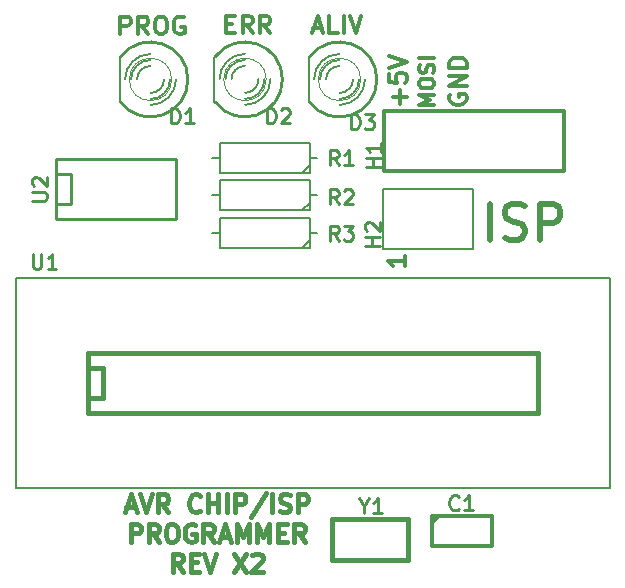
<source format=gto>
G04 (created by PCBNEW (2013-05-31 BZR 4019)-stable) date 7/5/2014 3:36:38 PM*
%MOIN*%
G04 Gerber Fmt 3.4, Leading zero omitted, Abs format*
%FSLAX34Y34*%
G01*
G70*
G90*
G04 APERTURE LIST*
%ADD10C,0.00590551*%
%ADD11C,0.011811*%
%ADD12C,0.015*%
%ADD13C,0.02*%
%ADD14C,0.008*%
%ADD15C,0.003*%
%ADD16C,0.01*%
%ADD17C,0.006*%
%ADD18C,0.012*%
%ADD19C,0.005*%
G04 APERTURE END LIST*
G54D10*
G54D11*
X30439Y-22031D02*
X30439Y-22368D01*
X30439Y-22199D02*
X29848Y-22199D01*
X29932Y-22256D01*
X29989Y-22312D01*
X30017Y-22368D01*
X27376Y-14440D02*
X27657Y-14440D01*
X27320Y-14609D02*
X27516Y-14018D01*
X27713Y-14609D01*
X28191Y-14609D02*
X27910Y-14609D01*
X27910Y-14018D01*
X28388Y-14609D02*
X28388Y-14018D01*
X28585Y-14018D02*
X28782Y-14609D01*
X28979Y-14018D01*
X24479Y-14299D02*
X24676Y-14299D01*
X24760Y-14609D02*
X24479Y-14609D01*
X24479Y-14018D01*
X24760Y-14018D01*
X25351Y-14609D02*
X25154Y-14327D01*
X25014Y-14609D02*
X25014Y-14018D01*
X25239Y-14018D01*
X25295Y-14046D01*
X25323Y-14074D01*
X25351Y-14131D01*
X25351Y-14215D01*
X25323Y-14271D01*
X25295Y-14299D01*
X25239Y-14327D01*
X25014Y-14327D01*
X25942Y-14609D02*
X25745Y-14327D01*
X25604Y-14609D02*
X25604Y-14018D01*
X25829Y-14018D01*
X25885Y-14046D01*
X25913Y-14074D01*
X25942Y-14131D01*
X25942Y-14215D01*
X25913Y-14271D01*
X25885Y-14299D01*
X25829Y-14327D01*
X25604Y-14327D01*
X20945Y-14639D02*
X20945Y-14048D01*
X21170Y-14048D01*
X21226Y-14076D01*
X21254Y-14104D01*
X21282Y-14160D01*
X21282Y-14245D01*
X21254Y-14301D01*
X21226Y-14329D01*
X21170Y-14357D01*
X20945Y-14357D01*
X21873Y-14639D02*
X21676Y-14357D01*
X21535Y-14639D02*
X21535Y-14048D01*
X21760Y-14048D01*
X21817Y-14076D01*
X21845Y-14104D01*
X21873Y-14160D01*
X21873Y-14245D01*
X21845Y-14301D01*
X21817Y-14329D01*
X21760Y-14357D01*
X21535Y-14357D01*
X22239Y-14048D02*
X22351Y-14048D01*
X22407Y-14076D01*
X22464Y-14132D01*
X22492Y-14245D01*
X22492Y-14442D01*
X22464Y-14554D01*
X22407Y-14610D01*
X22351Y-14639D01*
X22239Y-14639D01*
X22182Y-14610D01*
X22126Y-14554D01*
X22098Y-14442D01*
X22098Y-14245D01*
X22126Y-14132D01*
X22182Y-14076D01*
X22239Y-14048D01*
X23054Y-14076D02*
X22998Y-14048D01*
X22913Y-14048D01*
X22829Y-14076D01*
X22773Y-14132D01*
X22745Y-14189D01*
X22717Y-14301D01*
X22717Y-14385D01*
X22745Y-14498D01*
X22773Y-14554D01*
X22829Y-14610D01*
X22913Y-14639D01*
X22970Y-14639D01*
X23054Y-14610D01*
X23082Y-14582D01*
X23082Y-14385D01*
X22970Y-14385D01*
X31926Y-16650D02*
X31898Y-16706D01*
X31898Y-16790D01*
X31926Y-16875D01*
X31982Y-16931D01*
X32039Y-16959D01*
X32151Y-16987D01*
X32235Y-16987D01*
X32348Y-16959D01*
X32404Y-16931D01*
X32460Y-16875D01*
X32489Y-16790D01*
X32489Y-16734D01*
X32460Y-16650D01*
X32432Y-16621D01*
X32235Y-16621D01*
X32235Y-16734D01*
X32489Y-16368D02*
X31898Y-16368D01*
X32489Y-16031D01*
X31898Y-16031D01*
X32489Y-15750D02*
X31898Y-15750D01*
X31898Y-15609D01*
X31926Y-15525D01*
X31982Y-15468D01*
X32039Y-15440D01*
X32151Y-15412D01*
X32235Y-15412D01*
X32348Y-15440D01*
X32404Y-15468D01*
X32460Y-15525D01*
X32489Y-15609D01*
X32489Y-15750D01*
X31399Y-16982D02*
X30907Y-16982D01*
X31258Y-16818D01*
X30907Y-16654D01*
X31399Y-16654D01*
X30907Y-16326D02*
X30907Y-16232D01*
X30930Y-16186D01*
X30977Y-16139D01*
X31071Y-16115D01*
X31235Y-16115D01*
X31328Y-16139D01*
X31375Y-16186D01*
X31399Y-16232D01*
X31399Y-16326D01*
X31375Y-16373D01*
X31328Y-16420D01*
X31235Y-16443D01*
X31071Y-16443D01*
X30977Y-16420D01*
X30930Y-16373D01*
X30907Y-16326D01*
X31375Y-15928D02*
X31399Y-15857D01*
X31399Y-15740D01*
X31375Y-15693D01*
X31352Y-15670D01*
X31305Y-15647D01*
X31258Y-15647D01*
X31211Y-15670D01*
X31188Y-15693D01*
X31164Y-15740D01*
X31141Y-15834D01*
X31117Y-15881D01*
X31094Y-15904D01*
X31047Y-15928D01*
X31000Y-15928D01*
X30953Y-15904D01*
X30930Y-15881D01*
X30907Y-15834D01*
X30907Y-15717D01*
X30930Y-15647D01*
X31399Y-15436D02*
X30907Y-15436D01*
X30264Y-16959D02*
X30264Y-16509D01*
X30489Y-16734D02*
X30039Y-16734D01*
X29898Y-15947D02*
X29898Y-16228D01*
X30179Y-16256D01*
X30151Y-16228D01*
X30123Y-16171D01*
X30123Y-16031D01*
X30151Y-15975D01*
X30179Y-15947D01*
X30235Y-15918D01*
X30376Y-15918D01*
X30432Y-15947D01*
X30460Y-15975D01*
X30489Y-16031D01*
X30489Y-16171D01*
X30460Y-16228D01*
X30432Y-16256D01*
X29898Y-15750D02*
X30489Y-15553D01*
X29898Y-15356D01*
G54D12*
X21137Y-30400D02*
X21423Y-30400D01*
X21080Y-30572D02*
X21280Y-29972D01*
X21480Y-30572D01*
X21595Y-29972D02*
X21795Y-30572D01*
X21995Y-29972D01*
X22537Y-30572D02*
X22337Y-30286D01*
X22195Y-30572D02*
X22195Y-29972D01*
X22423Y-29972D01*
X22480Y-30000D01*
X22509Y-30029D01*
X22537Y-30086D01*
X22537Y-30172D01*
X22509Y-30229D01*
X22480Y-30258D01*
X22423Y-30286D01*
X22195Y-30286D01*
X23595Y-30515D02*
X23566Y-30543D01*
X23480Y-30572D01*
X23423Y-30572D01*
X23337Y-30543D01*
X23280Y-30486D01*
X23252Y-30429D01*
X23223Y-30315D01*
X23223Y-30229D01*
X23252Y-30115D01*
X23280Y-30058D01*
X23337Y-30000D01*
X23423Y-29972D01*
X23480Y-29972D01*
X23566Y-30000D01*
X23595Y-30029D01*
X23852Y-30572D02*
X23852Y-29972D01*
X23852Y-30258D02*
X24195Y-30258D01*
X24195Y-30572D02*
X24195Y-29972D01*
X24480Y-30572D02*
X24480Y-29972D01*
X24766Y-30572D02*
X24766Y-29972D01*
X24995Y-29972D01*
X25052Y-30000D01*
X25080Y-30029D01*
X25109Y-30086D01*
X25109Y-30172D01*
X25080Y-30229D01*
X25052Y-30258D01*
X24995Y-30286D01*
X24766Y-30286D01*
X25795Y-29943D02*
X25280Y-30715D01*
X25995Y-30572D02*
X25995Y-29972D01*
X26252Y-30543D02*
X26337Y-30572D01*
X26480Y-30572D01*
X26537Y-30543D01*
X26566Y-30515D01*
X26595Y-30458D01*
X26595Y-30400D01*
X26566Y-30343D01*
X26537Y-30315D01*
X26480Y-30286D01*
X26366Y-30258D01*
X26309Y-30229D01*
X26280Y-30200D01*
X26252Y-30143D01*
X26252Y-30086D01*
X26280Y-30029D01*
X26309Y-30000D01*
X26366Y-29972D01*
X26509Y-29972D01*
X26595Y-30000D01*
X26852Y-30572D02*
X26852Y-29972D01*
X27080Y-29972D01*
X27137Y-30000D01*
X27166Y-30029D01*
X27195Y-30086D01*
X27195Y-30172D01*
X27166Y-30229D01*
X27137Y-30258D01*
X27080Y-30286D01*
X26852Y-30286D01*
X21280Y-31562D02*
X21280Y-30962D01*
X21509Y-30962D01*
X21566Y-30990D01*
X21595Y-31019D01*
X21623Y-31076D01*
X21623Y-31162D01*
X21595Y-31219D01*
X21566Y-31248D01*
X21509Y-31276D01*
X21280Y-31276D01*
X22223Y-31562D02*
X22023Y-31276D01*
X21880Y-31562D02*
X21880Y-30962D01*
X22109Y-30962D01*
X22166Y-30990D01*
X22195Y-31019D01*
X22223Y-31076D01*
X22223Y-31162D01*
X22195Y-31219D01*
X22166Y-31248D01*
X22109Y-31276D01*
X21880Y-31276D01*
X22595Y-30962D02*
X22709Y-30962D01*
X22766Y-30990D01*
X22823Y-31048D01*
X22852Y-31162D01*
X22852Y-31362D01*
X22823Y-31476D01*
X22766Y-31533D01*
X22709Y-31562D01*
X22595Y-31562D01*
X22537Y-31533D01*
X22480Y-31476D01*
X22452Y-31362D01*
X22452Y-31162D01*
X22480Y-31048D01*
X22537Y-30990D01*
X22595Y-30962D01*
X23423Y-30990D02*
X23366Y-30962D01*
X23280Y-30962D01*
X23195Y-30990D01*
X23137Y-31048D01*
X23109Y-31105D01*
X23080Y-31219D01*
X23080Y-31305D01*
X23109Y-31419D01*
X23137Y-31476D01*
X23195Y-31533D01*
X23280Y-31562D01*
X23337Y-31562D01*
X23423Y-31533D01*
X23452Y-31505D01*
X23452Y-31305D01*
X23337Y-31305D01*
X24052Y-31562D02*
X23852Y-31276D01*
X23709Y-31562D02*
X23709Y-30962D01*
X23937Y-30962D01*
X23995Y-30990D01*
X24023Y-31019D01*
X24052Y-31076D01*
X24052Y-31162D01*
X24023Y-31219D01*
X23995Y-31248D01*
X23937Y-31276D01*
X23709Y-31276D01*
X24280Y-31390D02*
X24566Y-31390D01*
X24223Y-31562D02*
X24423Y-30962D01*
X24623Y-31562D01*
X24823Y-31562D02*
X24823Y-30962D01*
X25023Y-31390D01*
X25223Y-30962D01*
X25223Y-31562D01*
X25509Y-31562D02*
X25509Y-30962D01*
X25709Y-31390D01*
X25909Y-30962D01*
X25909Y-31562D01*
X26195Y-31248D02*
X26395Y-31248D01*
X26480Y-31562D02*
X26195Y-31562D01*
X26195Y-30962D01*
X26480Y-30962D01*
X27080Y-31562D02*
X26880Y-31276D01*
X26737Y-31562D02*
X26737Y-30962D01*
X26966Y-30962D01*
X27023Y-30990D01*
X27052Y-31019D01*
X27080Y-31076D01*
X27080Y-31162D01*
X27052Y-31219D01*
X27023Y-31248D01*
X26966Y-31276D01*
X26737Y-31276D01*
X23023Y-32552D02*
X22823Y-32266D01*
X22680Y-32552D02*
X22680Y-31952D01*
X22909Y-31952D01*
X22966Y-31980D01*
X22995Y-32009D01*
X23023Y-32066D01*
X23023Y-32152D01*
X22995Y-32209D01*
X22966Y-32238D01*
X22909Y-32266D01*
X22680Y-32266D01*
X23280Y-32238D02*
X23480Y-32238D01*
X23566Y-32552D02*
X23280Y-32552D01*
X23280Y-31952D01*
X23566Y-31952D01*
X23737Y-31952D02*
X23937Y-32552D01*
X24137Y-31952D01*
X24737Y-31952D02*
X25137Y-32552D01*
X25137Y-31952D02*
X24737Y-32552D01*
X25337Y-32009D02*
X25366Y-31980D01*
X25423Y-31952D01*
X25566Y-31952D01*
X25623Y-31980D01*
X25652Y-32009D01*
X25680Y-32066D01*
X25680Y-32123D01*
X25652Y-32209D01*
X25309Y-32552D01*
X25680Y-32552D01*
G54D13*
X33247Y-21478D02*
X33247Y-20296D01*
X33753Y-21421D02*
X33921Y-21478D01*
X34203Y-21478D01*
X34315Y-21421D01*
X34371Y-21365D01*
X34428Y-21253D01*
X34428Y-21140D01*
X34371Y-21028D01*
X34315Y-20971D01*
X34203Y-20915D01*
X33978Y-20859D01*
X33865Y-20803D01*
X33809Y-20746D01*
X33753Y-20634D01*
X33753Y-20521D01*
X33809Y-20409D01*
X33865Y-20353D01*
X33978Y-20296D01*
X34259Y-20296D01*
X34428Y-20353D01*
X34934Y-21478D02*
X34934Y-20296D01*
X35384Y-20296D01*
X35496Y-20353D01*
X35552Y-20409D01*
X35609Y-20521D01*
X35609Y-20690D01*
X35552Y-20803D01*
X35496Y-20859D01*
X35384Y-20915D01*
X34934Y-20915D01*
G54D10*
X17456Y-22759D02*
X17456Y-29759D01*
X17456Y-29759D02*
X37256Y-29759D01*
X37256Y-22759D02*
X17456Y-22759D01*
X37256Y-22759D02*
X37256Y-29759D01*
G54D12*
X19856Y-25259D02*
X34856Y-25259D01*
X34856Y-25259D02*
X34856Y-27259D01*
X34856Y-27259D02*
X19856Y-27259D01*
X19856Y-27259D02*
X19856Y-25259D01*
X19856Y-25759D02*
X20356Y-25759D01*
X20356Y-25759D02*
X20356Y-26759D01*
X20356Y-26759D02*
X19856Y-26759D01*
X27986Y-30790D02*
X30546Y-30790D01*
X30546Y-30790D02*
X30546Y-32168D01*
X30546Y-32168D02*
X27986Y-32168D01*
X27986Y-32168D02*
X27986Y-30790D01*
G54D14*
X20927Y-15391D02*
X20927Y-16891D01*
G54D15*
X22654Y-16141D02*
G75*
G03X22654Y-16141I-707J0D01*
G74*
G01*
G54D16*
X20947Y-16892D02*
G75*
G03X20947Y-15391I999J750D01*
G74*
G01*
G54D17*
X21947Y-16591D02*
G75*
G03X22397Y-16141I0J450D01*
G74*
G01*
X21947Y-15691D02*
G75*
G03X21497Y-16141I0J-450D01*
G74*
G01*
X21947Y-16791D02*
G75*
G03X22597Y-16141I0J650D01*
G74*
G01*
X21947Y-15491D02*
G75*
G03X21297Y-16141I0J-650D01*
G74*
G01*
X21947Y-16991D02*
G75*
G03X22797Y-16141I0J850D01*
G74*
G01*
X21947Y-15291D02*
G75*
G03X21097Y-16141I0J-850D01*
G74*
G01*
G54D14*
X24076Y-15391D02*
X24076Y-16891D01*
G54D15*
X25803Y-16141D02*
G75*
G03X25803Y-16141I-707J0D01*
G74*
G01*
G54D16*
X24097Y-16892D02*
G75*
G03X24097Y-15391I999J750D01*
G74*
G01*
G54D17*
X25096Y-16591D02*
G75*
G03X25546Y-16141I0J450D01*
G74*
G01*
X25096Y-15691D02*
G75*
G03X24646Y-16141I0J-450D01*
G74*
G01*
X25096Y-16791D02*
G75*
G03X25746Y-16141I0J650D01*
G74*
G01*
X25096Y-15491D02*
G75*
G03X24446Y-16141I0J-650D01*
G74*
G01*
X25096Y-16991D02*
G75*
G03X25946Y-16141I0J850D01*
G74*
G01*
X25096Y-15291D02*
G75*
G03X24246Y-16141I0J-850D01*
G74*
G01*
G54D14*
X27226Y-15391D02*
X27226Y-16891D01*
G54D15*
X28953Y-16141D02*
G75*
G03X28953Y-16141I-707J0D01*
G74*
G01*
G54D16*
X27246Y-16892D02*
G75*
G03X27246Y-15391I999J750D01*
G74*
G01*
G54D17*
X28246Y-16591D02*
G75*
G03X28696Y-16141I0J450D01*
G74*
G01*
X28246Y-15691D02*
G75*
G03X27796Y-16141I0J-450D01*
G74*
G01*
X28246Y-16791D02*
G75*
G03X28896Y-16141I0J650D01*
G74*
G01*
X28246Y-15491D02*
G75*
G03X27596Y-16141I0J-650D01*
G74*
G01*
X28246Y-16991D02*
G75*
G03X29096Y-16141I0J850D01*
G74*
G01*
X28246Y-15291D02*
G75*
G03X27396Y-16141I0J-850D01*
G74*
G01*
G54D16*
X18800Y-19300D02*
X19300Y-19300D01*
X19300Y-19300D02*
X19300Y-20300D01*
X19300Y-20300D02*
X18800Y-20300D01*
X18800Y-18800D02*
X22800Y-18800D01*
X22800Y-18800D02*
X22800Y-20800D01*
X22800Y-20800D02*
X18800Y-20800D01*
X18800Y-20800D02*
X18800Y-18800D01*
G54D18*
X29716Y-17179D02*
X35716Y-17179D01*
X35716Y-17179D02*
X35716Y-19179D01*
X35716Y-19179D02*
X29716Y-19179D01*
X29716Y-19179D02*
X29716Y-17179D01*
X31336Y-30679D02*
X33316Y-30679D01*
X33316Y-30679D02*
X33316Y-31679D01*
X33316Y-31679D02*
X31316Y-31679D01*
X31316Y-31679D02*
X31316Y-30679D01*
X31316Y-30929D02*
X31566Y-30679D01*
G54D19*
X27250Y-19000D02*
X27250Y-18250D01*
X27250Y-18250D02*
X24250Y-18250D01*
X24250Y-18250D02*
X24250Y-19250D01*
X24250Y-19250D02*
X27250Y-19250D01*
X27250Y-19250D02*
X27250Y-19000D01*
X27500Y-18750D02*
X27250Y-18750D01*
X24250Y-18750D02*
X24000Y-18750D01*
X27250Y-19000D02*
X27000Y-19250D01*
X27250Y-20250D02*
X27250Y-19500D01*
X27250Y-19500D02*
X24250Y-19500D01*
X24250Y-19500D02*
X24250Y-20500D01*
X24250Y-20500D02*
X27250Y-20500D01*
X27250Y-20500D02*
X27250Y-20250D01*
X27500Y-20000D02*
X27250Y-20000D01*
X24250Y-20000D02*
X24000Y-20000D01*
X27250Y-20250D02*
X27000Y-20500D01*
X27250Y-21500D02*
X27250Y-20750D01*
X27250Y-20750D02*
X24250Y-20750D01*
X24250Y-20750D02*
X24250Y-21750D01*
X24250Y-21750D02*
X27250Y-21750D01*
X27250Y-21750D02*
X27250Y-21500D01*
X27500Y-21250D02*
X27250Y-21250D01*
X24250Y-21250D02*
X24000Y-21250D01*
X27250Y-21500D02*
X27000Y-21750D01*
G54D14*
X32700Y-21800D02*
X29700Y-21800D01*
X29700Y-19800D02*
X32700Y-19800D01*
X32700Y-19800D02*
X32700Y-21800D01*
X29700Y-21800D02*
X29700Y-19800D01*
G54D16*
X18019Y-21952D02*
X18019Y-22357D01*
X18042Y-22404D01*
X18066Y-22428D01*
X18114Y-22452D01*
X18209Y-22452D01*
X18257Y-22428D01*
X18280Y-22404D01*
X18304Y-22357D01*
X18304Y-21952D01*
X18804Y-22452D02*
X18519Y-22452D01*
X18661Y-22452D02*
X18661Y-21952D01*
X18614Y-22023D01*
X18566Y-22071D01*
X18519Y-22095D01*
X29061Y-30364D02*
X29061Y-30602D01*
X28895Y-30102D02*
X29061Y-30364D01*
X29228Y-30102D01*
X29657Y-30602D02*
X29371Y-30602D01*
X29514Y-30602D02*
X29514Y-30102D01*
X29466Y-30173D01*
X29419Y-30221D01*
X29371Y-30245D01*
X22630Y-17602D02*
X22630Y-17102D01*
X22750Y-17102D01*
X22821Y-17126D01*
X22869Y-17173D01*
X22892Y-17221D01*
X22916Y-17316D01*
X22916Y-17388D01*
X22892Y-17483D01*
X22869Y-17530D01*
X22821Y-17578D01*
X22750Y-17602D01*
X22630Y-17602D01*
X23392Y-17602D02*
X23107Y-17602D01*
X23250Y-17602D02*
X23250Y-17102D01*
X23202Y-17173D01*
X23154Y-17221D01*
X23107Y-17245D01*
X25830Y-17602D02*
X25830Y-17102D01*
X25950Y-17102D01*
X26021Y-17126D01*
X26069Y-17173D01*
X26092Y-17221D01*
X26116Y-17316D01*
X26116Y-17388D01*
X26092Y-17483D01*
X26069Y-17530D01*
X26021Y-17578D01*
X25950Y-17602D01*
X25830Y-17602D01*
X26307Y-17150D02*
X26330Y-17126D01*
X26378Y-17102D01*
X26497Y-17102D01*
X26545Y-17126D01*
X26569Y-17150D01*
X26592Y-17197D01*
X26592Y-17245D01*
X26569Y-17316D01*
X26283Y-17602D01*
X26592Y-17602D01*
X28630Y-17802D02*
X28630Y-17302D01*
X28750Y-17302D01*
X28821Y-17326D01*
X28869Y-17373D01*
X28892Y-17421D01*
X28916Y-17516D01*
X28916Y-17588D01*
X28892Y-17683D01*
X28869Y-17730D01*
X28821Y-17778D01*
X28750Y-17802D01*
X28630Y-17802D01*
X29083Y-17302D02*
X29392Y-17302D01*
X29226Y-17492D01*
X29297Y-17492D01*
X29345Y-17516D01*
X29369Y-17540D01*
X29392Y-17588D01*
X29392Y-17707D01*
X29369Y-17754D01*
X29345Y-17778D01*
X29297Y-17802D01*
X29154Y-17802D01*
X29107Y-17778D01*
X29083Y-17754D01*
X18002Y-20180D02*
X18407Y-20180D01*
X18454Y-20157D01*
X18478Y-20133D01*
X18502Y-20085D01*
X18502Y-19990D01*
X18478Y-19942D01*
X18454Y-19919D01*
X18407Y-19895D01*
X18002Y-19895D01*
X18050Y-19680D02*
X18026Y-19657D01*
X18002Y-19609D01*
X18002Y-19490D01*
X18026Y-19442D01*
X18050Y-19419D01*
X18097Y-19395D01*
X18145Y-19395D01*
X18216Y-19419D01*
X18502Y-19704D01*
X18502Y-19395D01*
X29622Y-19060D02*
X29122Y-19060D01*
X29360Y-19060D02*
X29360Y-18775D01*
X29622Y-18775D02*
X29122Y-18775D01*
X29622Y-18275D02*
X29622Y-18560D01*
X29622Y-18418D02*
X29122Y-18418D01*
X29193Y-18465D01*
X29241Y-18513D01*
X29265Y-18560D01*
X32216Y-30454D02*
X32192Y-30478D01*
X32121Y-30502D01*
X32073Y-30502D01*
X32002Y-30478D01*
X31954Y-30430D01*
X31930Y-30383D01*
X31907Y-30288D01*
X31907Y-30216D01*
X31930Y-30121D01*
X31954Y-30073D01*
X32002Y-30026D01*
X32073Y-30002D01*
X32121Y-30002D01*
X32192Y-30026D01*
X32216Y-30050D01*
X32692Y-30502D02*
X32407Y-30502D01*
X32550Y-30502D02*
X32550Y-30002D01*
X32502Y-30073D01*
X32454Y-30121D01*
X32407Y-30145D01*
X28216Y-19002D02*
X28050Y-18764D01*
X27930Y-19002D02*
X27930Y-18502D01*
X28121Y-18502D01*
X28169Y-18526D01*
X28192Y-18550D01*
X28216Y-18597D01*
X28216Y-18669D01*
X28192Y-18716D01*
X28169Y-18740D01*
X28121Y-18764D01*
X27930Y-18764D01*
X28692Y-19002D02*
X28407Y-19002D01*
X28550Y-19002D02*
X28550Y-18502D01*
X28502Y-18573D01*
X28454Y-18621D01*
X28407Y-18645D01*
X28216Y-20302D02*
X28050Y-20064D01*
X27930Y-20302D02*
X27930Y-19802D01*
X28121Y-19802D01*
X28169Y-19826D01*
X28192Y-19850D01*
X28216Y-19897D01*
X28216Y-19969D01*
X28192Y-20016D01*
X28169Y-20040D01*
X28121Y-20064D01*
X27930Y-20064D01*
X28407Y-19850D02*
X28430Y-19826D01*
X28478Y-19802D01*
X28597Y-19802D01*
X28645Y-19826D01*
X28669Y-19850D01*
X28692Y-19897D01*
X28692Y-19945D01*
X28669Y-20016D01*
X28383Y-20302D01*
X28692Y-20302D01*
X28217Y-21511D02*
X28051Y-21273D01*
X27932Y-21511D02*
X27932Y-21011D01*
X28122Y-21011D01*
X28170Y-21035D01*
X28194Y-21059D01*
X28217Y-21106D01*
X28217Y-21178D01*
X28194Y-21225D01*
X28170Y-21249D01*
X28122Y-21273D01*
X27932Y-21273D01*
X28384Y-21011D02*
X28694Y-21011D01*
X28527Y-21201D01*
X28598Y-21201D01*
X28646Y-21225D01*
X28670Y-21249D01*
X28694Y-21297D01*
X28694Y-21416D01*
X28670Y-21463D01*
X28646Y-21487D01*
X28598Y-21511D01*
X28455Y-21511D01*
X28408Y-21487D01*
X28384Y-21463D01*
X29602Y-21680D02*
X29102Y-21680D01*
X29340Y-21680D02*
X29340Y-21395D01*
X29602Y-21395D02*
X29102Y-21395D01*
X29150Y-21180D02*
X29126Y-21157D01*
X29102Y-21109D01*
X29102Y-20990D01*
X29126Y-20942D01*
X29150Y-20919D01*
X29197Y-20895D01*
X29245Y-20895D01*
X29316Y-20919D01*
X29602Y-21204D01*
X29602Y-20895D01*
M02*

</source>
